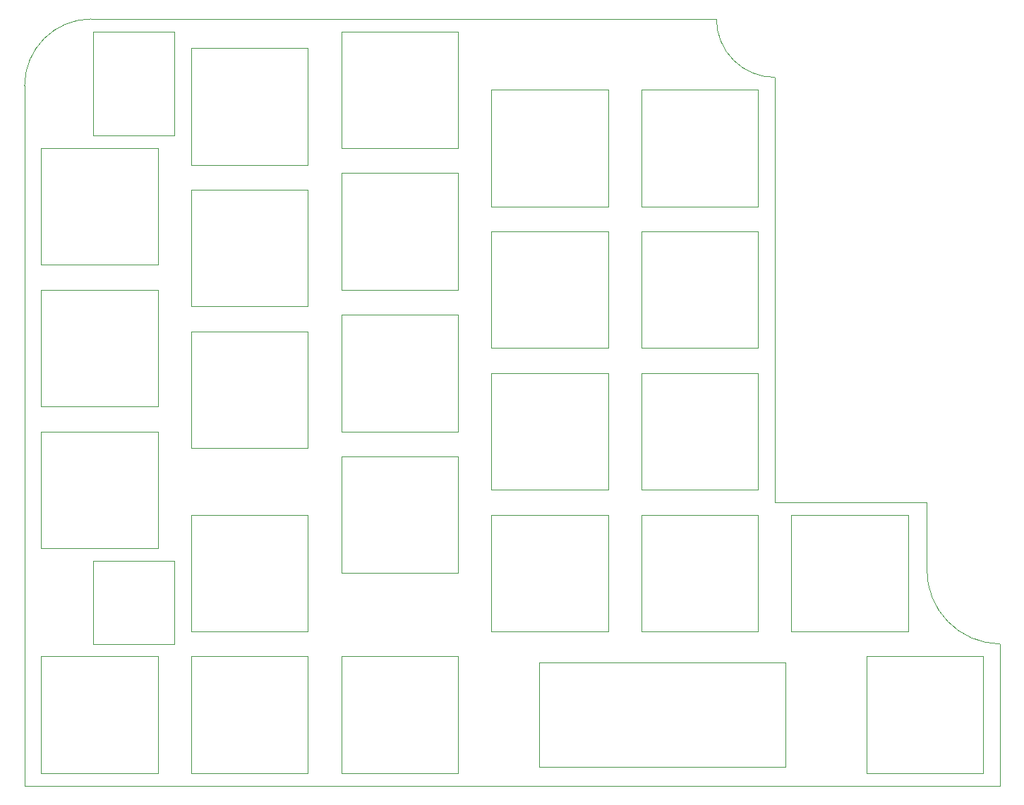
<source format=gm1>
%TF.GenerationSoftware,KiCad,Pcbnew,(5.99.0-12766-g4a3658027e)*%
%TF.CreationDate,2021-10-30T19:20:01+09:00*%
%TF.ProjectId,top,746f702e-6b69-4636-9164-5f7063625858,rev?*%
%TF.SameCoordinates,Original*%
%TF.FileFunction,Profile,NP*%
%FSLAX46Y46*%
G04 Gerber Fmt 4.6, Leading zero omitted, Abs format (unit mm)*
G04 Created by KiCad (PCBNEW (5.99.0-12766-g4a3658027e)) date 2021-10-30 19:20:01*
%MOMM*%
%LPD*%
G01*
G04 APERTURE LIST*
%TA.AperFunction,Profile*%
%ADD10C,0.050000*%
%TD*%
%TA.AperFunction,Profile*%
%ADD11C,0.120000*%
%TD*%
G04 APERTURE END LIST*
D10*
X194250000Y-116750000D02*
X184500000Y-116750000D01*
X176250000Y-207250000D02*
X293250000Y-207250000D01*
X267500000Y-192500000D02*
X238000000Y-192500000D01*
X184500000Y-129250000D02*
X194250000Y-129250000D01*
X238000000Y-205000000D02*
X267500000Y-205000000D01*
X266250000Y-122250000D02*
X266250000Y-173250000D01*
X284500000Y-173250000D02*
X266250000Y-173250000D01*
X293250000Y-207250000D02*
X293250000Y-190250000D01*
X259250000Y-115250000D02*
G75*
G03*
X266250000Y-122250000I7000000J0D01*
G01*
X184500000Y-116750000D02*
X184500000Y-129250000D01*
X184250000Y-115250000D02*
G75*
G03*
X176250000Y-123250000I0J-8000000D01*
G01*
X284500000Y-181250000D02*
X284500000Y-173250000D01*
X194250000Y-129250000D02*
X194250000Y-116750000D01*
X184500000Y-180250000D02*
X184500000Y-190250000D01*
X293250000Y-190250000D02*
G75*
G02*
X284500000Y-181250000I125000J8875000D01*
G01*
X176250000Y-207250000D02*
X176250000Y-123250000D01*
X267500000Y-205000000D02*
X267500000Y-192500000D01*
X184250000Y-115250000D02*
X230250000Y-115250000D01*
X194250000Y-190250000D02*
X194250000Y-180250000D01*
X238000000Y-192500000D02*
X238000000Y-205000000D01*
X184500000Y-190250000D02*
X194250000Y-190250000D01*
X230250000Y-115250000D02*
X259250000Y-115250000D01*
X194250000Y-180250000D02*
X184500000Y-180250000D01*
D11*
%TO.C,REF\u002A\u002A*%
X178250000Y-191750000D02*
X178250000Y-205750000D01*
X192250000Y-205750000D02*
X192250000Y-191750000D01*
X178250000Y-205750000D02*
X192250000Y-205750000D01*
X192250000Y-191750000D02*
X178250000Y-191750000D01*
X264250000Y-154750000D02*
X264250000Y-140750000D01*
X250250000Y-140750000D02*
X250250000Y-154750000D01*
X264250000Y-140750000D02*
X250250000Y-140750000D01*
X250250000Y-154750000D02*
X264250000Y-154750000D01*
X246250000Y-171750000D02*
X246250000Y-157750000D01*
X232250000Y-171750000D02*
X246250000Y-171750000D01*
X246250000Y-157750000D02*
X232250000Y-157750000D01*
X232250000Y-157750000D02*
X232250000Y-171750000D01*
X246250000Y-174750000D02*
X232250000Y-174750000D01*
X246250000Y-188750000D02*
X246250000Y-174750000D01*
X232250000Y-188750000D02*
X246250000Y-188750000D01*
X232250000Y-174750000D02*
X232250000Y-188750000D01*
X228250000Y-116750000D02*
X214250000Y-116750000D01*
X228250000Y-130750000D02*
X228250000Y-116750000D01*
X214250000Y-130750000D02*
X228250000Y-130750000D01*
X214250000Y-116750000D02*
X214250000Y-130750000D01*
X228250000Y-164750000D02*
X228250000Y-150750000D01*
X214250000Y-150750000D02*
X214250000Y-164750000D01*
X228250000Y-150750000D02*
X214250000Y-150750000D01*
X214250000Y-164750000D02*
X228250000Y-164750000D01*
X246250000Y-154750000D02*
X246250000Y-140750000D01*
X232250000Y-154750000D02*
X246250000Y-154750000D01*
X232250000Y-140750000D02*
X232250000Y-154750000D01*
X246250000Y-140750000D02*
X232250000Y-140750000D01*
X178250000Y-178750000D02*
X192250000Y-178750000D01*
X178250000Y-164750000D02*
X178250000Y-178750000D01*
X192250000Y-164750000D02*
X178250000Y-164750000D01*
X192250000Y-178750000D02*
X192250000Y-164750000D01*
X178250000Y-161750000D02*
X192250000Y-161750000D01*
X192250000Y-161750000D02*
X192250000Y-147750000D01*
X178250000Y-147750000D02*
X178250000Y-161750000D01*
X192250000Y-147750000D02*
X178250000Y-147750000D01*
X264250000Y-137750000D02*
X264250000Y-123750000D01*
X250250000Y-137750000D02*
X264250000Y-137750000D01*
X264250000Y-123750000D02*
X250250000Y-123750000D01*
X250250000Y-123750000D02*
X250250000Y-137750000D01*
X196250000Y-174750000D02*
X196250000Y-188750000D01*
X196250000Y-188750000D02*
X210250000Y-188750000D01*
X210250000Y-188750000D02*
X210250000Y-174750000D01*
X210250000Y-174750000D02*
X196250000Y-174750000D01*
X250250000Y-188750000D02*
X264250000Y-188750000D01*
X264250000Y-174750000D02*
X250250000Y-174750000D01*
X250250000Y-174750000D02*
X250250000Y-188750000D01*
X264250000Y-188750000D02*
X264250000Y-174750000D01*
X192250000Y-130750000D02*
X178250000Y-130750000D01*
X178250000Y-144750000D02*
X192250000Y-144750000D01*
X178250000Y-130750000D02*
X178250000Y-144750000D01*
X192250000Y-144750000D02*
X192250000Y-130750000D01*
X196250000Y-166750000D02*
X210250000Y-166750000D01*
X210250000Y-152750000D02*
X196250000Y-152750000D01*
X196250000Y-152750000D02*
X196250000Y-166750000D01*
X210250000Y-166750000D02*
X210250000Y-152750000D01*
X268250000Y-188750000D02*
X282250000Y-188750000D01*
X268250000Y-174750000D02*
X268250000Y-188750000D01*
X282250000Y-188750000D02*
X282250000Y-174750000D01*
X282250000Y-174750000D02*
X268250000Y-174750000D01*
X291250000Y-191750000D02*
X277250000Y-191750000D01*
X277250000Y-191750000D02*
X277250000Y-205750000D01*
X277250000Y-205750000D02*
X291250000Y-205750000D01*
X291250000Y-205750000D02*
X291250000Y-191750000D01*
X210250000Y-135750000D02*
X196250000Y-135750000D01*
X196250000Y-135750000D02*
X196250000Y-149750000D01*
X196250000Y-149750000D02*
X210250000Y-149750000D01*
X210250000Y-149750000D02*
X210250000Y-135750000D01*
X228250000Y-133750000D02*
X214250000Y-133750000D01*
X214250000Y-133750000D02*
X214250000Y-147750000D01*
X214250000Y-147750000D02*
X228250000Y-147750000D01*
X228250000Y-147750000D02*
X228250000Y-133750000D01*
X210250000Y-118750000D02*
X196250000Y-118750000D01*
X210250000Y-132750000D02*
X210250000Y-118750000D01*
X196250000Y-132750000D02*
X210250000Y-132750000D01*
X196250000Y-118750000D02*
X196250000Y-132750000D01*
X196250000Y-205750000D02*
X210250000Y-205750000D01*
X196250000Y-191750000D02*
X196250000Y-205750000D01*
X210250000Y-205750000D02*
X210250000Y-191750000D01*
X210250000Y-191750000D02*
X196250000Y-191750000D01*
X232250000Y-123750000D02*
X232250000Y-137750000D01*
X246250000Y-123750000D02*
X232250000Y-123750000D01*
X232250000Y-137750000D02*
X246250000Y-137750000D01*
X246250000Y-137750000D02*
X246250000Y-123750000D01*
X264250000Y-157750000D02*
X250250000Y-157750000D01*
X250250000Y-157750000D02*
X250250000Y-171750000D01*
X264250000Y-171750000D02*
X264250000Y-157750000D01*
X250250000Y-171750000D02*
X264250000Y-171750000D01*
X228250000Y-191750000D02*
X214250000Y-191750000D01*
X214250000Y-205750000D02*
X228250000Y-205750000D01*
X228250000Y-205750000D02*
X228250000Y-191750000D01*
X214250000Y-191750000D02*
X214250000Y-205750000D01*
X214250000Y-167750000D02*
X214250000Y-181750000D01*
X214250000Y-181750000D02*
X228250000Y-181750000D01*
X228250000Y-181750000D02*
X228250000Y-167750000D01*
X228250000Y-167750000D02*
X214250000Y-167750000D01*
%TD*%
M02*

</source>
